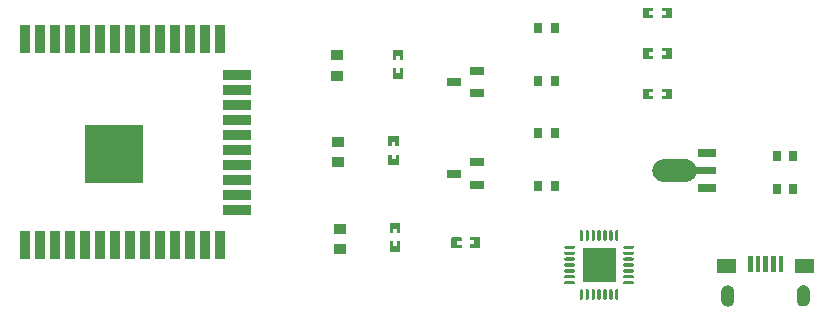
<source format=gtp>
G04 Layer: TopPasteMaskLayer*
G04 EasyEDA v6.5.51, 2025-11-13 11:15:01*
G04 eeee07b8e3394328a7c479296e6499dd,d08b7503fb3042b1851704d71a85d887,10*
G04 Gerber Generator version 0.2*
G04 Scale: 100 percent, Rotated: No, Reflected: No *
G04 Dimensions in millimeters *
G04 leading zeros omitted , absolute positions ,4 integer and 5 decimal *
%FSLAX45Y45*%
%MOMM*%

%AMMACRO1*21,1,$1,$2,0,0,$3*%
%ADD10R,0.8000X0.9000*%
%ADD11R,1.0000X0.8999*%
%ADD12MACRO1,0.672X1.575X90.0000*%
%ADD13R,1.2500X0.7000*%
%ADD14R,0.9000X2.4000*%
%ADD15R,2.4000X0.9000*%
%ADD16R,5.0000X5.0000*%
%ADD17R,0.0185X5.0000*%

%LPD*%
G36*
X4599482Y6636308D02*
G01*
X4594504Y6631279D01*
X4594504Y6608521D01*
X4631486Y6608521D01*
X4631486Y6575501D01*
X4594504Y6575501D01*
X4594504Y6551320D01*
X4599482Y6546291D01*
X4679492Y6546291D01*
X4684522Y6551320D01*
X4684522Y6631279D01*
X4679492Y6636308D01*
G37*
G36*
X4440529Y6636308D02*
G01*
X4435500Y6631279D01*
X4435500Y6551320D01*
X4440529Y6546291D01*
X4520488Y6546291D01*
X4525518Y6551320D01*
X4525518Y6574078D01*
X4488484Y6574078D01*
X4488484Y6607098D01*
X4525518Y6607098D01*
X4525518Y6631279D01*
X4520488Y6636308D01*
G37*
G36*
X3922420Y6759448D02*
G01*
X3917391Y6754469D01*
X3917391Y6674459D01*
X3922420Y6669430D01*
X3945178Y6669430D01*
X3945178Y6706463D01*
X3978198Y6706463D01*
X3978198Y6669430D01*
X4002379Y6669430D01*
X4007408Y6674459D01*
X4007408Y6754469D01*
X4002379Y6759448D01*
G37*
G36*
X3922420Y6600444D02*
G01*
X3917391Y6595465D01*
X3917391Y6515455D01*
X3922420Y6510426D01*
X4002379Y6510426D01*
X4007408Y6515455D01*
X4007408Y6595465D01*
X4002379Y6600444D01*
X3979621Y6600444D01*
X3979621Y6563461D01*
X3946601Y6563461D01*
X3946601Y6600444D01*
G37*
G36*
X3909720Y7494676D02*
G01*
X3904691Y7489647D01*
X3904691Y7409637D01*
X3909720Y7404658D01*
X3932478Y7404658D01*
X3932478Y7441641D01*
X3965498Y7441641D01*
X3965498Y7404658D01*
X3989679Y7404658D01*
X3994708Y7409637D01*
X3994708Y7489647D01*
X3989679Y7494676D01*
G37*
G36*
X3909720Y7335672D02*
G01*
X3904691Y7330643D01*
X3904691Y7250633D01*
X3909720Y7245654D01*
X3989679Y7245654D01*
X3994708Y7250633D01*
X3994708Y7330643D01*
X3989679Y7335672D01*
X3966921Y7335672D01*
X3966921Y7298639D01*
X3933901Y7298639D01*
X3933901Y7335672D01*
G37*
G36*
X3947820Y8224926D02*
G01*
X3942791Y8219897D01*
X3942791Y8139887D01*
X3947820Y8134908D01*
X3970578Y8134908D01*
X3970578Y8171891D01*
X4003598Y8171891D01*
X4003598Y8134908D01*
X4027779Y8134908D01*
X4032808Y8139887D01*
X4032808Y8219897D01*
X4027779Y8224926D01*
G37*
G36*
X3947820Y8065922D02*
G01*
X3942791Y8060893D01*
X3942791Y7980883D01*
X3947820Y7975904D01*
X4027779Y7975904D01*
X4032808Y7980883D01*
X4032808Y8060893D01*
X4027779Y8065922D01*
X4005021Y8065922D01*
X4005021Y8028889D01*
X3972001Y8028889D01*
X3972001Y8065922D01*
G37*
G36*
X5407812Y6414770D02*
G01*
X5404815Y6414262D01*
X5401919Y6413093D01*
X5399430Y6411366D01*
X5397804Y6409690D01*
X5395772Y6406388D01*
X5394858Y6403492D01*
X5394604Y6401155D01*
X5395010Y6397345D01*
X5396128Y6394450D01*
X5398312Y6391300D01*
X5400598Y6389268D01*
X5404053Y6387541D01*
X5407050Y6386880D01*
X5472125Y6386880D01*
X5475122Y6387541D01*
X5478576Y6389268D01*
X5480913Y6391300D01*
X5483098Y6394450D01*
X5483961Y6396634D01*
X5484469Y6398869D01*
X5484571Y6401968D01*
X5483961Y6404965D01*
X5483098Y6407099D01*
X5481421Y6409690D01*
X5479796Y6411366D01*
X5477916Y6412738D01*
X5474411Y6414262D01*
X5471363Y6414770D01*
G37*
G36*
X5407812Y6314694D02*
G01*
X5404815Y6314186D01*
X5401919Y6313017D01*
X5399430Y6311290D01*
X5397804Y6309614D01*
X5395772Y6306312D01*
X5394858Y6303416D01*
X5394604Y6301079D01*
X5395010Y6297269D01*
X5396128Y6294374D01*
X5398312Y6291224D01*
X5400598Y6289192D01*
X5404053Y6287465D01*
X5407050Y6286804D01*
X5472125Y6286804D01*
X5475122Y6287465D01*
X5478576Y6289192D01*
X5480913Y6291224D01*
X5483098Y6294374D01*
X5483961Y6296507D01*
X5484469Y6298793D01*
X5484571Y6301892D01*
X5483961Y6304889D01*
X5483098Y6307023D01*
X5481421Y6309614D01*
X5479796Y6311290D01*
X5477916Y6312662D01*
X5474411Y6314186D01*
X5471363Y6314694D01*
G37*
G36*
X5407812Y6514846D02*
G01*
X5404815Y6514338D01*
X5401919Y6513169D01*
X5399430Y6511442D01*
X5397804Y6509766D01*
X5396484Y6507886D01*
X5395468Y6505752D01*
X5395010Y6504279D01*
X5394604Y6500469D01*
X5394858Y6498183D01*
X5395772Y6495237D01*
X5397804Y6491986D01*
X5399989Y6489801D01*
X5401919Y6488531D01*
X5404815Y6487414D01*
X5407812Y6486906D01*
X5470601Y6486855D01*
X5472887Y6487058D01*
X5475884Y6487871D01*
X5479186Y6489801D01*
X5481421Y6491986D01*
X5482742Y6493865D01*
X5484164Y6497421D01*
X5484571Y6499707D01*
X5484469Y6502806D01*
X5483707Y6505752D01*
X5482742Y6507886D01*
X5481421Y6509766D01*
X5479796Y6511442D01*
X5477916Y6512814D01*
X5474411Y6514338D01*
X5471363Y6514846D01*
G37*
G36*
X5407812Y6364732D02*
G01*
X5404815Y6364224D01*
X5401919Y6363055D01*
X5399430Y6361328D01*
X5397804Y6359652D01*
X5396484Y6357772D01*
X5395468Y6355638D01*
X5394756Y6352692D01*
X5394655Y6349593D01*
X5395010Y6347307D01*
X5396128Y6344412D01*
X5398312Y6341262D01*
X5400598Y6339230D01*
X5402630Y6338062D01*
X5405526Y6337096D01*
X5408625Y6336741D01*
X5472125Y6336842D01*
X5475122Y6337503D01*
X5476595Y6338062D01*
X5479796Y6340195D01*
X5480913Y6341262D01*
X5483098Y6344412D01*
X5483961Y6346545D01*
X5484469Y6348831D01*
X5484571Y6351879D01*
X5483961Y6354927D01*
X5482336Y6358432D01*
X5480913Y6360210D01*
X5478576Y6362242D01*
X5476595Y6363411D01*
X5473649Y6364427D01*
X5472125Y6364681D01*
G37*
G36*
X5407812Y6264656D02*
G01*
X5404815Y6264148D01*
X5401919Y6262979D01*
X5399430Y6261252D01*
X5397804Y6259576D01*
X5396484Y6257696D01*
X5395468Y6255562D01*
X5395010Y6254089D01*
X5394604Y6250279D01*
X5394858Y6247993D01*
X5395772Y6245047D01*
X5397804Y6241796D01*
X5399989Y6239611D01*
X5401919Y6238341D01*
X5404815Y6237224D01*
X5407812Y6236716D01*
X5470601Y6236665D01*
X5472887Y6236868D01*
X5475884Y6237681D01*
X5479186Y6239611D01*
X5481421Y6241796D01*
X5482742Y6243675D01*
X5484164Y6247231D01*
X5484571Y6249517D01*
X5484469Y6252616D01*
X5483707Y6255562D01*
X5482742Y6257696D01*
X5481421Y6259576D01*
X5479796Y6261252D01*
X5477916Y6262624D01*
X5474411Y6264148D01*
X5471363Y6264656D01*
G37*
G36*
X5407812Y6564884D02*
G01*
X5404815Y6564375D01*
X5401919Y6563207D01*
X5399430Y6561480D01*
X5397804Y6559803D01*
X5395772Y6556502D01*
X5394858Y6553606D01*
X5394604Y6550507D01*
X5394858Y6548221D01*
X5395772Y6545275D01*
X5397804Y6542024D01*
X5399989Y6539839D01*
X5401919Y6538569D01*
X5404815Y6537452D01*
X5407812Y6536944D01*
X5470601Y6536893D01*
X5472887Y6537096D01*
X5475884Y6537909D01*
X5479186Y6539839D01*
X5481421Y6542024D01*
X5482742Y6543903D01*
X5484164Y6547459D01*
X5484571Y6549745D01*
X5484469Y6552844D01*
X5483707Y6555790D01*
X5482742Y6557924D01*
X5480913Y6560362D01*
X5478576Y6562394D01*
X5476595Y6563563D01*
X5473649Y6564579D01*
X5472125Y6564833D01*
G37*
G36*
X5407812Y6464808D02*
G01*
X5404815Y6464300D01*
X5401919Y6463131D01*
X5399430Y6461404D01*
X5397804Y6459728D01*
X5396484Y6457848D01*
X5395468Y6455714D01*
X5394756Y6452768D01*
X5394655Y6449669D01*
X5395010Y6447383D01*
X5396128Y6444488D01*
X5398312Y6441338D01*
X5400598Y6439306D01*
X5404053Y6437579D01*
X5407050Y6436918D01*
X5472125Y6436918D01*
X5475122Y6437579D01*
X5478576Y6439306D01*
X5480913Y6441338D01*
X5483098Y6444488D01*
X5483961Y6446621D01*
X5484469Y6448907D01*
X5484571Y6451955D01*
X5483961Y6455003D01*
X5482336Y6458508D01*
X5480913Y6460286D01*
X5478576Y6462318D01*
X5476595Y6463487D01*
X5473649Y6464503D01*
X5472125Y6464757D01*
G37*
G36*
X5539130Y6695795D02*
G01*
X5536082Y6695389D01*
X5534609Y6694931D01*
X5531205Y6693103D01*
X5529478Y6691579D01*
X5528005Y6689801D01*
X5526532Y6687058D01*
X5525820Y6684873D01*
X5525566Y6683349D01*
X5525516Y6619036D01*
X5526024Y6615988D01*
X5527548Y6612483D01*
X5528919Y6610603D01*
X5530596Y6608978D01*
X5532475Y6607657D01*
X5536082Y6606235D01*
X5537555Y6605930D01*
X5540654Y6605828D01*
X5544413Y6606692D01*
X5546496Y6607657D01*
X5549544Y6610045D01*
X5551830Y6613144D01*
X5552948Y6615988D01*
X5553303Y6617512D01*
X5553506Y6619798D01*
X5553405Y6683349D01*
X5552744Y6686346D01*
X5551017Y6689801D01*
X5548985Y6692087D01*
X5545836Y6694271D01*
X5542940Y6695389D01*
G37*
G36*
X5539130Y6195822D02*
G01*
X5536082Y6195364D01*
X5532475Y6193942D01*
X5530596Y6192621D01*
X5528919Y6190996D01*
X5527548Y6189116D01*
X5526024Y6185611D01*
X5525516Y6182563D01*
X5525566Y6118250D01*
X5526278Y6115253D01*
X5527548Y6112459D01*
X5529478Y6110020D01*
X5531205Y6108496D01*
X5534609Y6106668D01*
X5537555Y6105956D01*
X5540654Y6105855D01*
X5542940Y6106210D01*
X5545836Y6107328D01*
X5548985Y6109512D01*
X5551017Y6111849D01*
X5552490Y6114542D01*
X5553303Y6117488D01*
X5553456Y6119012D01*
X5553506Y6181801D01*
X5553303Y6184087D01*
X5552490Y6187084D01*
X5550560Y6190386D01*
X5548376Y6192621D01*
X5546496Y6193942D01*
X5542940Y6195364D01*
X5540654Y6195771D01*
G37*
G36*
X5589168Y6695795D02*
G01*
X5586120Y6695389D01*
X5584647Y6694931D01*
X5581243Y6693103D01*
X5579516Y6691579D01*
X5578043Y6689801D01*
X5576570Y6687058D01*
X5575858Y6684873D01*
X5575604Y6683349D01*
X5575554Y6619036D01*
X5576062Y6615988D01*
X5577586Y6612483D01*
X5578957Y6610603D01*
X5580634Y6608978D01*
X5583224Y6607302D01*
X5585358Y6606438D01*
X5588406Y6605828D01*
X5591454Y6605930D01*
X5593740Y6606438D01*
X5595874Y6607302D01*
X5599023Y6609486D01*
X5601055Y6611823D01*
X5602224Y6613804D01*
X5603189Y6616750D01*
X5603443Y6618274D01*
X5603544Y6681825D01*
X5603341Y6684111D01*
X5602528Y6687058D01*
X5601868Y6688480D01*
X5599582Y6691579D01*
X5597804Y6693103D01*
X5595162Y6694627D01*
X5592216Y6695541D01*
G37*
G36*
X5589168Y6195822D02*
G01*
X5586120Y6195364D01*
X5582513Y6193942D01*
X5580075Y6192113D01*
X5578043Y6189776D01*
X5576874Y6187795D01*
X5575858Y6184849D01*
X5575604Y6183325D01*
X5575554Y6119012D01*
X5576062Y6116015D01*
X5577230Y6113119D01*
X5578957Y6110630D01*
X5580634Y6109004D01*
X5583936Y6106972D01*
X5586831Y6106058D01*
X5589930Y6105804D01*
X5592216Y6106058D01*
X5595162Y6106972D01*
X5597804Y6108496D01*
X5599582Y6110020D01*
X5601462Y6112459D01*
X5602782Y6115253D01*
X5603443Y6118250D01*
X5603443Y6183325D01*
X5602782Y6186322D01*
X5602224Y6187795D01*
X5600090Y6190996D01*
X5599023Y6192113D01*
X5595874Y6194298D01*
X5593740Y6195161D01*
G37*
G36*
X5639206Y6695795D02*
G01*
X5635396Y6695186D01*
X5631942Y6693509D01*
X5628995Y6691020D01*
X5627624Y6689140D01*
X5626100Y6685635D01*
X5625592Y6682587D01*
X5625642Y6618274D01*
X5626354Y6615277D01*
X5626912Y6613804D01*
X5628081Y6611823D01*
X5630113Y6609486D01*
X5632551Y6607657D01*
X5636158Y6606235D01*
X5637631Y6605930D01*
X5640730Y6605828D01*
X5644489Y6606692D01*
X5646572Y6607657D01*
X5649620Y6610045D01*
X5651906Y6613144D01*
X5653024Y6615988D01*
X5653379Y6617512D01*
X5653582Y6619798D01*
X5653481Y6683349D01*
X5652820Y6686346D01*
X5652262Y6687769D01*
X5651093Y6689801D01*
X5649061Y6692087D01*
X5645912Y6694271D01*
X5643016Y6695389D01*
G37*
G36*
X5639206Y6195822D02*
G01*
X5636158Y6195364D01*
X5632551Y6193942D01*
X5630113Y6192113D01*
X5628081Y6189776D01*
X5626912Y6187795D01*
X5625896Y6184849D01*
X5625642Y6183325D01*
X5625592Y6119012D01*
X5626100Y6116015D01*
X5627268Y6113119D01*
X5628995Y6110630D01*
X5630672Y6109004D01*
X5633974Y6106972D01*
X5636869Y6106058D01*
X5639206Y6105804D01*
X5643016Y6106210D01*
X5645912Y6107328D01*
X5649061Y6109512D01*
X5651093Y6111849D01*
X5652566Y6114542D01*
X5653379Y6117488D01*
X5653532Y6119012D01*
X5653582Y6181801D01*
X5653379Y6184087D01*
X5652566Y6187084D01*
X5650636Y6190386D01*
X5648452Y6192621D01*
X5646572Y6193942D01*
X5643016Y6195364D01*
X5640730Y6195771D01*
G37*
G36*
X5689244Y6695795D02*
G01*
X5685434Y6695186D01*
X5681929Y6693509D01*
X5679033Y6691020D01*
X5677662Y6689140D01*
X5676138Y6685635D01*
X5675630Y6682587D01*
X5675680Y6618274D01*
X5676392Y6615277D01*
X5676950Y6613804D01*
X5678119Y6611823D01*
X5680151Y6609486D01*
X5681929Y6608064D01*
X5685434Y6606438D01*
X5688431Y6605828D01*
X5691530Y6605930D01*
X5693765Y6606438D01*
X5695950Y6607302D01*
X5699099Y6609486D01*
X5701131Y6611823D01*
X5702858Y6615277D01*
X5703519Y6618274D01*
X5703620Y6681825D01*
X5703417Y6684111D01*
X5702604Y6687058D01*
X5701944Y6688480D01*
X5699658Y6691579D01*
X5697880Y6693103D01*
X5695238Y6694627D01*
X5692292Y6695541D01*
G37*
G36*
X5689244Y6195822D02*
G01*
X5686196Y6195364D01*
X5682589Y6193942D01*
X5680710Y6192621D01*
X5679033Y6190996D01*
X5677662Y6189116D01*
X5676138Y6185611D01*
X5675630Y6182563D01*
X5675680Y6118250D01*
X5676392Y6115253D01*
X5677662Y6112459D01*
X5679592Y6110020D01*
X5681319Y6108496D01*
X5684723Y6106668D01*
X5686196Y6106210D01*
X5690006Y6105804D01*
X5692292Y6106058D01*
X5695238Y6106972D01*
X5697880Y6108496D01*
X5699658Y6110020D01*
X5701538Y6112459D01*
X5702858Y6115253D01*
X5703519Y6118250D01*
X5703519Y6183325D01*
X5702858Y6186322D01*
X5701131Y6189776D01*
X5699099Y6192113D01*
X5695950Y6194298D01*
X5693765Y6195161D01*
G37*
G36*
X5739282Y6695795D02*
G01*
X5736234Y6695389D01*
X5734761Y6694931D01*
X5731357Y6693103D01*
X5729630Y6691579D01*
X5728157Y6689801D01*
X5726684Y6687058D01*
X5725972Y6684873D01*
X5725718Y6683349D01*
X5725668Y6619036D01*
X5726176Y6615988D01*
X5727700Y6612483D01*
X5729071Y6610603D01*
X5730748Y6608978D01*
X5732627Y6607657D01*
X5736234Y6606235D01*
X5737707Y6605930D01*
X5740806Y6605828D01*
X5744565Y6606692D01*
X5746648Y6607657D01*
X5749696Y6610045D01*
X5751982Y6613144D01*
X5753100Y6615988D01*
X5753455Y6617512D01*
X5753658Y6619798D01*
X5753557Y6683349D01*
X5752896Y6686346D01*
X5752338Y6687769D01*
X5751169Y6689801D01*
X5749137Y6692087D01*
X5745988Y6694271D01*
X5743092Y6695389D01*
G37*
G36*
X5739282Y6195822D02*
G01*
X5736234Y6195364D01*
X5732627Y6193942D01*
X5730748Y6192621D01*
X5729071Y6190996D01*
X5727700Y6189116D01*
X5726176Y6185611D01*
X5725668Y6182563D01*
X5725718Y6118250D01*
X5726430Y6115253D01*
X5727700Y6112459D01*
X5729630Y6110020D01*
X5731357Y6108496D01*
X5734761Y6106668D01*
X5737707Y6105956D01*
X5740806Y6105855D01*
X5743092Y6106210D01*
X5745988Y6107328D01*
X5749137Y6109512D01*
X5751169Y6111849D01*
X5752642Y6114542D01*
X5753455Y6117488D01*
X5753608Y6119012D01*
X5753658Y6181801D01*
X5753455Y6184087D01*
X5752642Y6187084D01*
X5750712Y6190386D01*
X5748528Y6192621D01*
X5746648Y6193942D01*
X5743092Y6195364D01*
X5740806Y6195771D01*
G37*
G36*
X5789320Y6695795D02*
G01*
X5786272Y6695389D01*
X5784799Y6694931D01*
X5781395Y6693103D01*
X5779668Y6691579D01*
X5778195Y6689801D01*
X5776722Y6687058D01*
X5776010Y6684873D01*
X5775756Y6683349D01*
X5775706Y6619036D01*
X5776214Y6615988D01*
X5777738Y6612483D01*
X5779109Y6610603D01*
X5780786Y6608978D01*
X5783376Y6607302D01*
X5785510Y6606438D01*
X5788558Y6605828D01*
X5791606Y6605930D01*
X5793841Y6606438D01*
X5796026Y6607302D01*
X5799175Y6609486D01*
X5801207Y6611823D01*
X5802376Y6613804D01*
X5803341Y6616750D01*
X5803595Y6618274D01*
X5803696Y6681825D01*
X5803493Y6684111D01*
X5802680Y6687058D01*
X5802020Y6688480D01*
X5799734Y6691579D01*
X5797956Y6693103D01*
X5795314Y6694627D01*
X5792368Y6695541D01*
G37*
G36*
X5789320Y6195822D02*
G01*
X5786272Y6195364D01*
X5782665Y6193942D01*
X5780227Y6192113D01*
X5778195Y6189776D01*
X5777026Y6187795D01*
X5776010Y6184849D01*
X5775756Y6183325D01*
X5775706Y6119012D01*
X5776214Y6116015D01*
X5777382Y6113119D01*
X5779109Y6110630D01*
X5780786Y6109004D01*
X5784088Y6106972D01*
X5786983Y6106058D01*
X5790082Y6105804D01*
X5792368Y6106058D01*
X5795314Y6106972D01*
X5797956Y6108496D01*
X5799734Y6110020D01*
X5801614Y6112459D01*
X5802934Y6115253D01*
X5803595Y6118250D01*
X5803595Y6183325D01*
X5802934Y6186322D01*
X5802376Y6187795D01*
X5800242Y6190996D01*
X5799175Y6192113D01*
X5796026Y6194298D01*
X5793841Y6195161D01*
G37*
G36*
X5839358Y6695795D02*
G01*
X5835548Y6695186D01*
X5832094Y6693509D01*
X5829147Y6691020D01*
X5827776Y6689140D01*
X5826252Y6685635D01*
X5825744Y6682587D01*
X5825794Y6618274D01*
X5826506Y6615277D01*
X5827064Y6613804D01*
X5828233Y6611823D01*
X5830265Y6609486D01*
X5832703Y6607657D01*
X5836310Y6606235D01*
X5837783Y6605930D01*
X5840882Y6605828D01*
X5844641Y6606692D01*
X5846724Y6607657D01*
X5849772Y6610045D01*
X5852058Y6613144D01*
X5853176Y6615988D01*
X5853531Y6617512D01*
X5853734Y6619798D01*
X5853633Y6683349D01*
X5852972Y6686346D01*
X5851245Y6689801D01*
X5849213Y6692087D01*
X5846064Y6694271D01*
X5843168Y6695389D01*
G37*
G36*
X5839358Y6195822D02*
G01*
X5836310Y6195364D01*
X5832703Y6193942D01*
X5830265Y6192113D01*
X5828233Y6189776D01*
X5827064Y6187795D01*
X5826048Y6184849D01*
X5825794Y6183325D01*
X5825744Y6119012D01*
X5826252Y6116015D01*
X5827420Y6113119D01*
X5829147Y6110630D01*
X5830824Y6109004D01*
X5834126Y6106972D01*
X5837021Y6106058D01*
X5839358Y6105804D01*
X5843168Y6106210D01*
X5846064Y6107328D01*
X5849213Y6109512D01*
X5851245Y6111849D01*
X5852718Y6114542D01*
X5853531Y6117488D01*
X5853684Y6119012D01*
X5853734Y6181801D01*
X5853531Y6184087D01*
X5852718Y6187084D01*
X5850788Y6190386D01*
X5848604Y6192621D01*
X5846724Y6193942D01*
X5843168Y6195364D01*
X5840882Y6195771D01*
G37*
G36*
X5907836Y6414770D02*
G01*
X5904788Y6414262D01*
X5901283Y6412738D01*
X5899404Y6411366D01*
X5897778Y6409690D01*
X5896102Y6407099D01*
X5895238Y6404965D01*
X5894628Y6401968D01*
X5894730Y6398869D01*
X5895238Y6396634D01*
X5896102Y6394450D01*
X5898286Y6391300D01*
X5900623Y6389268D01*
X5904077Y6387541D01*
X5907074Y6386880D01*
X5970625Y6386779D01*
X5972911Y6386982D01*
X5975858Y6387795D01*
X5977280Y6388455D01*
X5980379Y6390741D01*
X5981903Y6392519D01*
X5983427Y6395161D01*
X5983986Y6396634D01*
X5984494Y6398869D01*
X5984494Y6402730D01*
X5983732Y6405676D01*
X5981903Y6409080D01*
X5980379Y6410807D01*
X5978601Y6412280D01*
X5975858Y6413754D01*
X5972911Y6414617D01*
X5971387Y6414770D01*
G37*
G36*
X5907836Y6514846D02*
G01*
X5904788Y6514338D01*
X5901283Y6512814D01*
X5899404Y6511442D01*
X5897778Y6509766D01*
X5896457Y6507886D01*
X5895035Y6504279D01*
X5894730Y6502806D01*
X5894628Y6499707D01*
X5895492Y6495948D01*
X5896457Y6493865D01*
X5898845Y6490817D01*
X5901944Y6488531D01*
X5904788Y6487414D01*
X5906312Y6487058D01*
X5908598Y6486855D01*
X5972149Y6486956D01*
X5975146Y6487617D01*
X5976569Y6488176D01*
X5978601Y6489344D01*
X5980887Y6491376D01*
X5983071Y6494526D01*
X5984189Y6497421D01*
X5984595Y6500469D01*
X5984341Y6503568D01*
X5983427Y6506464D01*
X5982309Y6508546D01*
X5979820Y6511442D01*
X5977940Y6512814D01*
X5975146Y6514084D01*
X5972149Y6514795D01*
G37*
G36*
X5907836Y6314694D02*
G01*
X5904788Y6314186D01*
X5901283Y6312662D01*
X5899404Y6311290D01*
X5897778Y6309614D01*
X5896102Y6307023D01*
X5895238Y6304889D01*
X5894628Y6301892D01*
X5894730Y6298793D01*
X5895238Y6296507D01*
X5896102Y6294374D01*
X5898286Y6291224D01*
X5900623Y6289192D01*
X5904077Y6287465D01*
X5907074Y6286804D01*
X5970625Y6286703D01*
X5972911Y6286906D01*
X5975858Y6287719D01*
X5977280Y6288379D01*
X5980379Y6290665D01*
X5981903Y6292443D01*
X5983427Y6295085D01*
X5983986Y6296507D01*
X5984494Y6298793D01*
X5984494Y6302654D01*
X5983732Y6305600D01*
X5981903Y6309004D01*
X5980379Y6310731D01*
X5978601Y6312204D01*
X5975858Y6313678D01*
X5972911Y6314541D01*
X5971387Y6314694D01*
G37*
G36*
X5907836Y6464808D02*
G01*
X5904788Y6464300D01*
X5901283Y6462776D01*
X5899404Y6461404D01*
X5897778Y6459728D01*
X5896457Y6457848D01*
X5895035Y6454241D01*
X5894730Y6452768D01*
X5894628Y6449669D01*
X5895492Y6445910D01*
X5896457Y6443827D01*
X5898845Y6440779D01*
X5901944Y6438493D01*
X5904788Y6437376D01*
X5906312Y6437020D01*
X5908598Y6436817D01*
X5972149Y6436918D01*
X5975146Y6437579D01*
X5978601Y6439306D01*
X5980887Y6441338D01*
X5983071Y6444488D01*
X5984189Y6447383D01*
X5984595Y6450431D01*
X5984341Y6453530D01*
X5983427Y6456426D01*
X5982309Y6458508D01*
X5979820Y6461404D01*
X5977940Y6462776D01*
X5975146Y6464046D01*
X5972149Y6464757D01*
G37*
G36*
X5907836Y6564884D02*
G01*
X5904788Y6564375D01*
X5901283Y6562852D01*
X5899404Y6561480D01*
X5897778Y6559803D01*
X5896102Y6557213D01*
X5895238Y6555079D01*
X5894628Y6552031D01*
X5894730Y6548983D01*
X5895238Y6546697D01*
X5896102Y6544564D01*
X5898286Y6541414D01*
X5900623Y6539382D01*
X5904077Y6537655D01*
X5907074Y6536994D01*
X5970625Y6536893D01*
X5972911Y6537096D01*
X5975858Y6537909D01*
X5977280Y6538569D01*
X5980379Y6540855D01*
X5981903Y6542633D01*
X5983427Y6545275D01*
X5983986Y6546697D01*
X5984494Y6548983D01*
X5984494Y6552844D01*
X5983732Y6555790D01*
X5981903Y6559194D01*
X5980379Y6560921D01*
X5978601Y6562394D01*
X5975858Y6563868D01*
X5972911Y6564731D01*
X5971387Y6564884D01*
G37*
G36*
X5907836Y6264656D02*
G01*
X5904788Y6264148D01*
X5901283Y6262624D01*
X5899404Y6261252D01*
X5897778Y6259576D01*
X5896457Y6257696D01*
X5895035Y6254089D01*
X5894730Y6252616D01*
X5894628Y6249517D01*
X5895492Y6245758D01*
X5896457Y6243675D01*
X5898845Y6240627D01*
X5901944Y6238341D01*
X5904788Y6237224D01*
X5906312Y6236868D01*
X5908598Y6236665D01*
X5972149Y6236766D01*
X5975146Y6237427D01*
X5976569Y6237986D01*
X5978601Y6239154D01*
X5980887Y6241186D01*
X5983071Y6244336D01*
X5984189Y6247231D01*
X5984595Y6250279D01*
X5984341Y6253378D01*
X5983427Y6256274D01*
X5982309Y6258356D01*
X5979820Y6261252D01*
X5977940Y6262624D01*
X5975146Y6263894D01*
X5972149Y6264605D01*
G37*
G36*
X5907836Y6364732D02*
G01*
X5904788Y6364224D01*
X5901283Y6362700D01*
X5899404Y6361328D01*
X5897778Y6359652D01*
X5896457Y6357772D01*
X5895035Y6354165D01*
X5894730Y6352692D01*
X5894628Y6349593D01*
X5895492Y6345834D01*
X5896457Y6343751D01*
X5898845Y6340703D01*
X5901944Y6338417D01*
X5904788Y6337300D01*
X5906312Y6336944D01*
X5908598Y6336741D01*
X5972149Y6336842D01*
X5975146Y6337503D01*
X5976569Y6338062D01*
X5978601Y6339230D01*
X5980887Y6341262D01*
X5983071Y6344412D01*
X5984189Y6347307D01*
X5984595Y6350355D01*
X5984341Y6353454D01*
X5983427Y6356350D01*
X5982309Y6358432D01*
X5979820Y6361328D01*
X5977940Y6362700D01*
X5975146Y6363970D01*
X5972149Y6364681D01*
G37*
G36*
X5549595Y6540804D02*
G01*
X5549595Y6260795D01*
X5829604Y6260795D01*
X5829604Y6540804D01*
G37*
G36*
X7417612Y6228892D02*
G01*
X7410907Y6228283D01*
X7404303Y6226860D01*
X7397953Y6224625D01*
X7391908Y6221628D01*
X7386269Y6217920D01*
X7381138Y6213551D01*
X7376566Y6208572D01*
X7372654Y6203086D01*
X7369454Y6197142D01*
X7366965Y6190894D01*
X7365288Y6184341D01*
X7364425Y6177686D01*
X7364323Y6104280D01*
X7364780Y6097574D01*
X7365288Y6094222D01*
X7366965Y6087719D01*
X7369454Y6081420D01*
X7372654Y6075527D01*
X7376566Y6070041D01*
X7381138Y6065062D01*
X7386269Y6060694D01*
X7391908Y6056985D01*
X7397953Y6053988D01*
X7404303Y6051753D01*
X7410907Y6050330D01*
X7417612Y6049670D01*
X7424369Y6049924D01*
X7431024Y6050940D01*
X7437526Y6052769D01*
X7443724Y6055410D01*
X7449566Y6058763D01*
X7454950Y6062776D01*
X7459827Y6067450D01*
X7464044Y6072682D01*
X7467650Y6078423D01*
X7470495Y6084519D01*
X7472578Y6090970D01*
X7473848Y6097574D01*
X7474305Y6104280D01*
X7474305Y6174282D01*
X7473848Y6181039D01*
X7472578Y6187643D01*
X7470495Y6194044D01*
X7467650Y6200190D01*
X7464044Y6205880D01*
X7459827Y6211112D01*
X7454950Y6215786D01*
X7449566Y6219850D01*
X7443724Y6223203D01*
X7437526Y6225844D01*
X7431024Y6227673D01*
X7424369Y6228689D01*
G37*
G36*
X6777634Y6229299D02*
G01*
X6770878Y6228638D01*
X6764274Y6227216D01*
X6761022Y6226200D01*
X6754774Y6223558D01*
X6748932Y6220155D01*
X6743496Y6216091D01*
X6738670Y6211366D01*
X6734403Y6206083D01*
X6730847Y6200343D01*
X6728002Y6194145D01*
X6725970Y6187694D01*
X6724700Y6181039D01*
X6724294Y6174282D01*
X6724396Y6100927D01*
X6724700Y6097524D01*
X6725970Y6090869D01*
X6728002Y6084417D01*
X6730847Y6078270D01*
X6734403Y6072530D01*
X6738670Y6067247D01*
X6743496Y6062522D01*
X6748932Y6058458D01*
X6754774Y6055055D01*
X6761022Y6052413D01*
X6767525Y6050584D01*
X6774230Y6049518D01*
X6780987Y6049314D01*
X6787743Y6049924D01*
X6794347Y6051397D01*
X6800748Y6053632D01*
X6806793Y6056680D01*
X6812432Y6060389D01*
X6817614Y6064808D01*
X6822135Y6069838D01*
X6824218Y6072530D01*
X6827774Y6078270D01*
X6830618Y6084417D01*
X6832650Y6090869D01*
X6833870Y6097524D01*
X6834327Y6104280D01*
X6834225Y6177686D01*
X6833362Y6184392D01*
X6831736Y6190996D01*
X6829298Y6197295D01*
X6826046Y6203238D01*
X6824218Y6206083D01*
X6819950Y6211366D01*
X6815074Y6216091D01*
X6809689Y6220155D01*
X6803847Y6223558D01*
X6797598Y6226200D01*
X6791096Y6228029D01*
X6784390Y6229045D01*
G37*
G36*
X6949287Y6473291D02*
G01*
X6949287Y6343294D01*
X6989318Y6343294D01*
X6989318Y6473291D01*
G37*
G36*
X7209281Y6473291D02*
G01*
X7209281Y6343294D01*
X7249312Y6343294D01*
X7249312Y6473291D01*
G37*
G36*
X7144308Y6473291D02*
G01*
X7144308Y6343294D01*
X7184288Y6343294D01*
X7184288Y6473291D01*
G37*
G36*
X7079284Y6473291D02*
G01*
X7079284Y6343294D01*
X7119315Y6343294D01*
X7119315Y6473291D01*
G37*
G36*
X7014311Y6473291D02*
G01*
X7014311Y6343294D01*
X7054291Y6343294D01*
X7054291Y6473291D01*
G37*
G36*
X7349286Y6452311D02*
G01*
X7349286Y6332270D01*
X7509306Y6332270D01*
X7509306Y6452311D01*
G37*
G36*
X6689293Y6452311D02*
G01*
X6689293Y6332270D01*
X6849313Y6332270D01*
X6849313Y6452311D01*
G37*
G36*
X6224422Y8579408D02*
G01*
X6219393Y8574379D01*
X6219393Y8551621D01*
X6256375Y8551621D01*
X6256375Y8518601D01*
X6219393Y8518601D01*
X6219393Y8494420D01*
X6224422Y8489391D01*
X6304381Y8489391D01*
X6309410Y8494420D01*
X6309410Y8574379D01*
X6304381Y8579408D01*
G37*
G36*
X6065418Y8579408D02*
G01*
X6060389Y8574379D01*
X6060389Y8494420D01*
X6065418Y8489391D01*
X6145377Y8489391D01*
X6150406Y8494420D01*
X6150406Y8517178D01*
X6113424Y8517178D01*
X6113424Y8550198D01*
X6150406Y8550198D01*
X6150406Y8574379D01*
X6145377Y8579408D01*
G37*
G36*
X6224422Y8236508D02*
G01*
X6219393Y8231479D01*
X6219393Y8208721D01*
X6256375Y8208721D01*
X6256375Y8175701D01*
X6219393Y8175701D01*
X6219393Y8151520D01*
X6224422Y8146491D01*
X6304381Y8146491D01*
X6309410Y8151520D01*
X6309410Y8231479D01*
X6304381Y8236508D01*
G37*
G36*
X6065418Y8236508D02*
G01*
X6060389Y8231479D01*
X6060389Y8151520D01*
X6065418Y8146491D01*
X6145377Y8146491D01*
X6150406Y8151520D01*
X6150406Y8174278D01*
X6113424Y8174278D01*
X6113424Y8207298D01*
X6150406Y8207298D01*
X6150406Y8231479D01*
X6145377Y8236508D01*
G37*
G36*
X6224422Y7893608D02*
G01*
X6219393Y7888579D01*
X6219393Y7865821D01*
X6256375Y7865821D01*
X6256375Y7832801D01*
X6219393Y7832801D01*
X6219393Y7808620D01*
X6224422Y7803591D01*
X6304381Y7803591D01*
X6309410Y7808620D01*
X6309410Y7888579D01*
X6304381Y7893608D01*
G37*
G36*
X6065418Y7893608D02*
G01*
X6060389Y7888579D01*
X6060389Y7808620D01*
X6065418Y7803591D01*
X6145377Y7803591D01*
X6150406Y7808620D01*
X6150406Y7831378D01*
X6113424Y7831378D01*
X6113424Y7864398D01*
X6150406Y7864398D01*
X6150406Y7888579D01*
X6145377Y7893608D01*
G37*
D10*
G01*
X7334402Y7048500D03*
G01*
X7194397Y7048500D03*
G01*
X7334402Y7327900D03*
G01*
X7194397Y7327900D03*
G01*
X5315102Y7073900D03*
G01*
X5175097Y7073900D03*
G01*
X5315102Y7962900D03*
G01*
X5175097Y7962900D03*
G01*
X5315102Y7518400D03*
G01*
X5175097Y7518400D03*
G01*
X5315102Y8407400D03*
G01*
X5175097Y8407400D03*
D11*
G01*
X3492500Y6709435D03*
G01*
X3492500Y6539433D03*
G01*
X3479800Y7444638D03*
G01*
X3479800Y7274636D03*
G01*
X3467100Y8174888D03*
G01*
X3467100Y8004886D03*
D12*
G01*
X6599930Y7050913D03*
G01*
X6599930Y7350912D03*
G36*
X6421399Y7295883D02*
G01*
X6425852Y7295776D01*
X6430294Y7295464D01*
X6434719Y7294943D01*
X6439113Y7294217D01*
X6443469Y7293282D01*
X6447774Y7292146D01*
X6452024Y7290810D01*
X6456205Y7289276D01*
X6460309Y7287547D01*
X6464330Y7285629D01*
X6468254Y7283523D01*
X6472077Y7281235D01*
X6475788Y7278771D01*
X6479379Y7276137D01*
X6482841Y7273338D01*
X6486171Y7270376D01*
X6489357Y7267265D01*
X6492394Y7264006D01*
X6495275Y7260610D01*
X6497993Y7257082D01*
X6500543Y7253429D01*
X6502918Y7249662D01*
X6505115Y7245786D01*
X6507129Y7241814D01*
X6508953Y7233884D01*
X6678686Y7233884D01*
X6678686Y7167885D01*
X6508953Y7167885D01*
X6507129Y7159950D01*
X6505115Y7155977D01*
X6502918Y7152101D01*
X6500543Y7148334D01*
X6497993Y7144682D01*
X6495275Y7141154D01*
X6492394Y7137758D01*
X6489357Y7134499D01*
X6486171Y7131387D01*
X6482841Y7128426D01*
X6479379Y7125627D01*
X6475788Y7122993D01*
X6472077Y7120529D01*
X6468254Y7118240D01*
X6464330Y7116135D01*
X6460309Y7114217D01*
X6456205Y7112487D01*
X6452024Y7110953D01*
X6447774Y7109617D01*
X6443469Y7108482D01*
X6439113Y7107547D01*
X6434719Y7106820D01*
X6430294Y7106300D01*
X6425852Y7105987D01*
X6421399Y7105881D01*
X6235979Y7105881D01*
X6231526Y7105987D01*
X6227084Y7106300D01*
X6222659Y7106820D01*
X6218265Y7107547D01*
X6213909Y7108482D01*
X6209604Y7109617D01*
X6205354Y7110953D01*
X6201173Y7112487D01*
X6197069Y7114217D01*
X6193048Y7116135D01*
X6189124Y7118240D01*
X6185301Y7120529D01*
X6181590Y7122993D01*
X6177998Y7125627D01*
X6174536Y7128426D01*
X6171206Y7131387D01*
X6168021Y7134499D01*
X6164983Y7137758D01*
X6162103Y7141154D01*
X6159385Y7144682D01*
X6156835Y7148334D01*
X6154460Y7152101D01*
X6152263Y7155977D01*
X6150249Y7159950D01*
X6148425Y7164014D01*
X6146792Y7168156D01*
X6145357Y7172373D01*
X6144120Y7176653D01*
X6143086Y7180986D01*
X6142255Y7185360D01*
X6141631Y7189772D01*
X6141214Y7194207D01*
X6141006Y7198654D01*
X6141006Y7203109D01*
X6141214Y7207557D01*
X6141631Y7211992D01*
X6142255Y7216404D01*
X6143086Y7220778D01*
X6144120Y7225111D01*
X6145357Y7229391D01*
X6146792Y7233607D01*
X6148425Y7237750D01*
X6150249Y7241814D01*
X6152263Y7245786D01*
X6154460Y7249662D01*
X6156835Y7253429D01*
X6159385Y7257082D01*
X6162103Y7260610D01*
X6164983Y7264006D01*
X6168021Y7267265D01*
X6171206Y7270376D01*
X6174536Y7273338D01*
X6177998Y7276137D01*
X6181590Y7278771D01*
X6185301Y7281235D01*
X6189124Y7283523D01*
X6193048Y7285629D01*
X6197069Y7287547D01*
X6201173Y7289276D01*
X6205354Y7290810D01*
X6209604Y7292146D01*
X6213909Y7293282D01*
X6218265Y7294217D01*
X6222659Y7294943D01*
X6227084Y7295464D01*
X6231526Y7295776D01*
X6235979Y7295883D01*
G37*
D13*
G01*
X4660011Y7855204D03*
G01*
X4660011Y8045195D03*
G01*
X4460011Y7950200D03*
G01*
X4660011Y7080504D03*
G01*
X4660011Y7270495D03*
G01*
X4460011Y7175500D03*
D14*
G01*
X830681Y6572224D03*
G01*
X957681Y6572224D03*
G01*
X1084681Y6572224D03*
G01*
X1211681Y6572224D03*
G01*
X1338681Y6572224D03*
G01*
X1465681Y6572224D03*
G01*
X1592681Y6572224D03*
G01*
X1719681Y6572224D03*
G01*
X1846681Y6572224D03*
G01*
X1973681Y6572224D03*
G01*
X2100681Y6572224D03*
G01*
X2227681Y6572224D03*
G01*
X2354681Y6572224D03*
G01*
X2481681Y6572224D03*
D15*
G01*
X2623718Y6870700D03*
G01*
X2623718Y6997700D03*
G01*
X2623718Y7124700D03*
G01*
X2623718Y7251700D03*
G01*
X2623718Y7378700D03*
G01*
X2623693Y7505700D03*
G01*
X2623693Y7632700D03*
G01*
X2623693Y7759700D03*
G01*
X2623693Y7886700D03*
G01*
X2623693Y8013700D03*
D14*
G01*
X2481681Y8312175D03*
G01*
X2354681Y8312175D03*
G01*
X2227681Y8312175D03*
G01*
X2100681Y8312175D03*
G01*
X1973681Y8312175D03*
G01*
X1846681Y8312175D03*
G01*
X1719681Y8312175D03*
G01*
X1592681Y8312175D03*
G01*
X1465681Y8312175D03*
G01*
X1338681Y8312175D03*
G01*
X1211681Y8312175D03*
G01*
X1084681Y8312175D03*
G01*
X957681Y8312175D03*
G01*
X830681Y8312175D03*
D16*
G01*
X1584985Y7340498D03*
M02*

</source>
